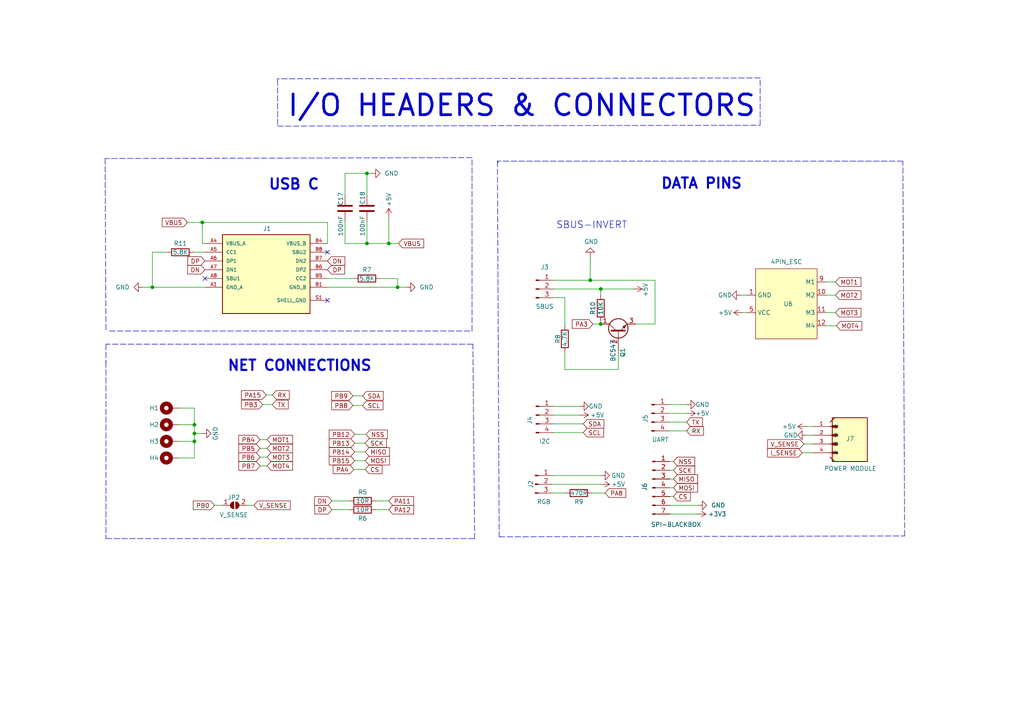
<source format=kicad_sch>
(kicad_sch (version 20211123) (generator eeschema)
  (paper "A4")
  (lib_symbols
    (symbol "Connector:Conn_01x03_Male" (pin_names (offset 1.016) hide)
      (property "Reference" "J" (at 0 5.08 0))
      (property "Value" "Conn_01x03_Male" (at 0 -5.08 0))
      (symbol "Conn_01x03_Male_1_1"
        (polyline (pts (xy 1.27 -2.54) (xy 0.8636 -2.54)) (stroke (width 0.1524)))
        (polyline (pts (xy 1.27 0) (xy 0.8636 0)) (stroke (width 0.1524)))
        (polyline (pts (xy 1.27 2.54) (xy 0.8636 2.54)) (stroke (width 0.1524)))
        (rectangle (start 0.8636 -2.413) (end 0 -2.667) (stroke (width 0.1524)) (fill (type outline)))
        (rectangle (start 0.8636 0.127) (end 0 -0.127) (stroke (width 0.1524)) (fill (type outline)))
        (rectangle (start 0.8636 2.667) (end 0 2.413) (stroke (width 0.1524)) (fill (type outline)))
        (pin passive line (at 5.08 2.54 180) (length 3.81) (name "Pin_1") (number "1"))
        (pin passive line (at 5.08 0 180) (length 3.81) (name "Pin_2") (number "2"))
        (pin passive line (at 5.08 -2.54 180) (length 3.81) (name "Pin_3") (number "3"))
      )
    )
    (symbol "Connector:Conn_01x04_Male" (pin_names (offset 1.016) hide)
      (property "Reference" "J" (at 0 5.08 0))
      (property "Value" "Conn_01x04_Male" (at 0 -7.62 0))
      (symbol "Conn_01x04_Male_1_1"
        (polyline (pts (xy 1.27 -5.08) (xy 0.8636 -5.08)) (stroke (width 0.1524)))
        (polyline (pts (xy 1.27 -2.54) (xy 0.8636 -2.54)) (stroke (width 0.1524)))
        (polyline (pts (xy 1.27 0) (xy 0.8636 0)) (stroke (width 0.1524)))
        (polyline (pts (xy 1.27 2.54) (xy 0.8636 2.54)) (stroke (width 0.1524)))
        (rectangle (start 0.8636 -4.953) (end 0 -5.207) (stroke (width 0.1524)) (fill (type outline)))
        (rectangle (start 0.8636 -2.413) (end 0 -2.667) (stroke (width 0.1524)) (fill (type outline)))
        (rectangle (start 0.8636 0.127) (end 0 -0.127) (stroke (width 0.1524)) (fill (type outline)))
        (rectangle (start 0.8636 2.667) (end 0 2.413) (stroke (width 0.1524)) (fill (type outline)))
        (pin passive line (at 5.08 2.54 180) (length 3.81) (name "Pin_1") (number "1"))
        (pin passive line (at 5.08 0 180) (length 3.81) (name "Pin_2") (number "2"))
        (pin passive line (at 5.08 -2.54 180) (length 3.81) (name "Pin_3") (number "3"))
        (pin passive line (at 5.08 -5.08 180) (length 3.81) (name "Pin_4") (number "4"))
      )
    )
    (symbol "Connector:Conn_01x07_Male" (pin_names (offset 1.016) hide)
      (property "Reference" "J" (at 0 10.16 0))
      (property "Value" "Conn_01x07_Male" (at 0 -10.16 0))
      (symbol "Conn_01x07_Male_1_1"
        (polyline (pts (xy 1.27 -7.62) (xy 0.8636 -7.62)) (stroke (width 0.1524)))
        (polyline (pts (xy 1.27 -5.08) (xy 0.8636 -5.08)) (stroke (width 0.1524)))
        (polyline (pts (xy 1.27 -2.54) (xy 0.8636 -2.54)) (stroke (width 0.1524)))
        (polyline (pts (xy 1.27 0) (xy 0.8636 0)) (stroke (width 0.1524)))
        (polyline (pts (xy 1.27 2.54) (xy 0.8636 2.54)) (stroke (width 0.1524)))
        (polyline (pts (xy 1.27 5.08) (xy 0.8636 5.08)) (stroke (width 0.1524)))
        (polyline (pts (xy 1.27 7.62) (xy 0.8636 7.62)) (stroke (width 0.1524)))
        (rectangle (start 0.8636 -7.493) (end 0 -7.747) (stroke (width 0.1524)) (fill (type outline)))
        (rectangle (start 0.8636 -4.953) (end 0 -5.207) (stroke (width 0.1524)) (fill (type outline)))
        (rectangle (start 0.8636 -2.413) (end 0 -2.667) (stroke (width 0.1524)) (fill (type outline)))
        (rectangle (start 0.8636 0.127) (end 0 -0.127) (stroke (width 0.1524)) (fill (type outline)))
        (rectangle (start 0.8636 2.667) (end 0 2.413) (stroke (width 0.1524)) (fill (type outline)))
        (rectangle (start 0.8636 5.207) (end 0 4.953) (stroke (width 0.1524)) (fill (type outline)))
        (rectangle (start 0.8636 7.747) (end 0 7.493) (stroke (width 0.1524)) (fill (type outline)))
        (pin passive line (at 5.08 7.62 180) (length 3.81) (name "Pin_1") (number "1"))
        (pin passive line (at 5.08 5.08 180) (length 3.81) (name "Pin_2") (number "2"))
        (pin passive line (at 5.08 2.54 180) (length 3.81) (name "Pin_3") (number "3"))
        (pin passive line (at 5.08 0 180) (length 3.81) (name "Pin_4") (number "4"))
        (pin passive line (at 5.08 -2.54 180) (length 3.81) (name "Pin_5") (number "5"))
        (pin passive line (at 5.08 -5.08 180) (length 3.81) (name "Pin_6") (number "6"))
        (pin passive line (at 5.08 -7.62 180) (length 3.81) (name "Pin_7") (number "7"))
      )
    )
    (symbol "Custom_symbols:4PIN_ESC"
      (property "Reference" "U" (at 0 0 0))
      (property "Value" "4PIN_ESC" (at 0 -12.7 0))
      (symbol "4PIN_ESC_0_1"
        (rectangle (start -8.89 10.16) (end 8.89 -10.16) (fill (type background)))
      )
      (symbol "4PIN_ESC_1_1"
        (pin bidirectional line (at -11.43 2.54 0) (length 2.54) (name "GND") (number "1"))
        (pin bidirectional line (at 11.43 2.54 180) (length 2.54) (name "M2") (number "10"))
        (pin bidirectional line (at 11.43 -2.54 180) (length 2.54) (name "M3") (number "11"))
        (pin bidirectional line (at 11.43 -6.35 180) (length 2.54) (name "M4") (number "12"))
        (pin bidirectional line (at -11.43 2.54 0) (length 2.54) hide (name "GND") (number "2"))
        (pin bidirectional line (at -11.43 2.54 0) (length 2.54) hide (name "GND") (number "3"))
        (pin bidirectional line (at -11.43 2.54 0) (length 2.54) hide (name "GND") (number "4"))
        (pin bidirectional line (at -11.43 -2.54 0) (length 2.54) (name "VCC") (number "5"))
        (pin bidirectional line (at -11.43 -2.54 0) (length 2.54) hide (name "VCC") (number "6"))
        (pin bidirectional line (at -11.43 -2.54 0) (length 2.54) hide (name "VCC") (number "7"))
        (pin bidirectional line (at -11.43 -2.54 0) (length 2.54) hide (name "VCC") (number "8"))
        (pin bidirectional line (at 11.43 6.35 180) (length 2.54) (name "M1") (number "9"))
      )
    )
    (symbol "Custom_symbols:B4B-PH-K" (pin_names (offset 1.016))
      (property "Reference" "J" (at -5.58 7.62 0))
      (property "Value" "B4B-PH-K" (at -5.08 -7.62 0))
      (symbol "B4B-PH-K_0_0"
        (rectangle (start -4.4847 -5.08) (end 5.6753 7.62) (stroke (width 0.254)) (fill (type background)))
        (rectangle (start -4.445 -2.8575) (end -2.8575 -2.2225) (stroke (width 0.1)) (fill (type outline)))
        (rectangle (start -4.445 -0.3175) (end -2.8575 0.3175) (stroke (width 0.1)) (fill (type outline)))
        (rectangle (start -4.445 2.2225) (end -2.8575 2.8575) (stroke (width 0.1)) (fill (type outline)))
        (rectangle (start -4.445 4.7625) (end -2.8575 5.3975) (stroke (width 0.1)) (fill (type outline)))
        (polyline (pts (xy -5.08 -3.81) (xy -3.81 -5.08)) (stroke (width 0.254)))
        (polyline (pts (xy -5.08 -2.54) (xy -3.175 -2.54)) (stroke (width 0.254)))
        (polyline (pts (xy -5.08 0) (xy -3.175 0)) (stroke (width 0.254)))
        (polyline (pts (xy -5.08 2.54) (xy -3.175 2.54)) (stroke (width 0.254)))
        (polyline (pts (xy -5.08 5.08) (xy -3.175 5.08)) (stroke (width 0.254)))
        (polyline (pts (xy -5.08 6.35) (xy -3.81 7.62)) (stroke (width 0.254)))
        (pin passive line (at -10.16 5.08 0) (length 5.08) (name "1") (number "1"))
        (pin passive line (at -10.16 2.54 0) (length 5.08) (name "2") (number "2"))
        (pin passive line (at -10.16 0 0) (length 5.08) (name "3") (number "3"))
        (pin passive line (at -10.16 -2.54 0) (length 5.08) (name "4") (number "4"))
      )
    )
    (symbol "Custom_symbols:CSP-USC16-TR" (pin_names (offset 1.016))
      (property "Reference" "J" (at -12.7 13.462 0))
      (symbol "CSP-USC16-TR_0_0"
        (rectangle (start -12.7 -10.16) (end 12.7 12.7) (stroke (width 0.254)) (fill (type background)))
        (pin power_in line (at -17.78 -2.54 0) (length 5.08) (name "GND_A") (number "A1"))
        (pin power_in line (at -17.78 -2.54 0) (length 5.08) hide (name "GND_A") (number "A12"))
        (pin power_in line (at -17.78 10.16 0) (length 5.08) (name "VBUS_A") (number "A4"))
        (pin bidirectional line (at -17.78 7.62 0) (length 5.08) (name "CC1") (number "A5"))
        (pin bidirectional line (at -17.78 5.08 0) (length 5.08) (name "DP1") (number "A6"))
        (pin bidirectional line (at -17.78 2.54 0) (length 5.08) (name "DN1") (number "A7"))
        (pin bidirectional line (at -17.78 0 0) (length 5.08) (name "SBU1") (number "A8"))
        (pin power_in line (at -17.78 10.16 0) (length 5.08) hide (name "VBUS_A") (number "A9"))
        (pin power_in line (at 17.78 -2.54 180) (length 5.08) (name "GND_B") (number "B1"))
        (pin power_in line (at 17.78 -2.54 180) (length 5.08) hide (name "GND_B") (number "B12"))
        (pin power_in line (at 17.78 10.16 180) (length 5.08) (name "VBUS_B") (number "B4"))
        (pin bidirectional line (at 17.78 0 180) (length 5.08) (name "CC2") (number "B5"))
        (pin bidirectional line (at 17.78 2.54 180) (length 5.08) (name "DP2") (number "B6"))
        (pin bidirectional line (at 17.78 5.08 180) (length 5.08) (name "DN2") (number "B7"))
        (pin bidirectional line (at 17.78 7.62 180) (length 5.08) (name "SBU2") (number "B8"))
        (pin power_in line (at 17.78 10.16 180) (length 5.08) hide (name "VBUS_B") (number "B9"))
        (pin power_in line (at 17.78 -6.35 180) (length 5.08) (name "SHELL_GND") (number "S1"))
        (pin power_in line (at 17.78 -6.35 180) (length 5.08) hide (name "SHELL_GND") (number "S2"))
        (pin power_in line (at 17.78 -6.35 180) (length 5.08) hide (name "SHELL_GND") (number "S3"))
        (pin power_in line (at 17.78 -6.35 180) (length 5.08) hide (name "SHELL_GND") (number "S4"))
      )
    )
    (symbol "Device:C" (pin_numbers hide) (pin_names (offset 0.254))
      (property "Reference" "C" (at 0.635 2.54 0))
      (property "Value" "C" (at 0.635 -2.54 0))
      (symbol "C_0_1"
        (polyline (pts (xy -2.032 -0.762) (xy 2.032 -0.762)) (stroke (width 0.508)))
        (polyline (pts (xy -2.032 0.762) (xy 2.032 0.762)) (stroke (width 0.508)))
      )
      (symbol "C_1_1"
        (pin passive line (at 0 3.81 270) (length 2.794) (name "~") (number "1"))
        (pin passive line (at 0 -3.81 90) (length 2.794) (name "~") (number "2"))
      )
    )
    (symbol "Device:R" (pin_numbers hide) (pin_names (offset 0))
      (property "Reference" "R" (at 2.032 0 90))
      (property "Value" "R" (at 0 0 90))
      (symbol "R_0_1"
        (rectangle (start -1.016 -2.54) (end 1.016 2.54) (stroke (width 0.254)))
      )
      (symbol "R_1_1"
        (pin passive line (at 0 3.81 270) (length 1.27) (name "~") (number "1"))
        (pin passive line (at 0 -3.81 90) (length 1.27) (name "~") (number "2"))
      )
    )
    (symbol "Jumper:SolderJumper_2_Open" (pin_names (offset 0) hide)
      (property "Reference" "JP" (at 0 2.032 0))
      (property "Value" "SolderJumper_2_Open" (at 0 -2.54 0))
      (symbol "SolderJumper_2_Open_0_1"
        (arc (start -0.254 1.016) (mid -1.27 0) (end -0.254 -1.016))
        (arc (start -0.254 1.016) (mid -1.27 0) (end -0.254 -1.016) (fill (type outline)))
        (polyline (pts (xy -0.254 1.016) (xy -0.254 -1.016)))
        (polyline (pts (xy 0.254 1.016) (xy 0.254 -1.016)))
        (arc (start 0.254 -1.016) (mid 1.27 0) (end 0.254 1.016))
        (arc (start 0.254 -1.016) (mid 1.27 0) (end 0.254 1.016) (fill (type outline)))
      )
      (symbol "SolderJumper_2_Open_1_1"
        (pin passive line (at -3.81 0 0) (length 2.54) (name "A") (number "1"))
        (pin passive line (at 3.81 0 180) (length 2.54) (name "B") (number "2"))
      )
    )
    (symbol "Mechanical:MountingHole_Pad" (pin_numbers hide) (pin_names (offset 1.016) hide)
      (property "Reference" "H" (at 0 6.35 0))
      (property "Value" "MountingHole_Pad" (at 0 4.445 0))
      (symbol "MountingHole_Pad_0_1"
        (circle (center 0 1.27) (radius 1.27) (stroke (width 1.27)))
      )
      (symbol "MountingHole_Pad_1_1"
        (pin input line (at 0 -2.54 90) (length 2.54) (name "1") (number "1"))
      )
    )
    (symbol "Transistor_BJT:BC547" (pin_names (offset 0) hide)
      (property "Reference" "Q" (at 5.08 1.905 0))
      (property "Value" "BC547" (at 5.08 0 0))
      (symbol "BC547_0_1"
        (polyline (pts (xy 0 0) (xy 0.635 0)))
        (polyline (pts (xy 0.635 0.635) (xy 2.54 2.54)))
        (polyline (pts (xy 0.635 -0.635) (xy 2.54 -2.54) (xy 2.54 -2.54)))
        (polyline (pts (xy 0.635 1.905) (xy 0.635 -1.905) (xy 0.635 -1.905)) (stroke (width 0.508)))
        (polyline (pts (xy 1.27 -1.778) (xy 1.778 -1.27) (xy 2.286 -2.286) (xy 1.27 -1.778) (xy 1.27 -1.778)) (fill (type outline)))
        (circle (center 1.27 0) (radius 2.8194) (stroke (width 0.254)))
      )
      (symbol "BC547_1_1"
        (pin passive line (at 2.54 5.08 270) (length 2.54) (name "C") (number "1"))
        (pin input line (at -5.08 0 0) (length 5.08) (name "B") (number "2"))
        (pin passive line (at 2.54 -5.08 90) (length 2.54) (name "E") (number "3"))
      )
    )
    (symbol "power:+3.3V" (power) (pin_names (offset 0))
      (property "Value" "+3.3V" (at 0 3.556 0))
      (symbol "+3.3V_0_1"
        (polyline (pts (xy -0.762 1.27) (xy 0 2.54)))
        (polyline (pts (xy 0 0) (xy 0 2.54)))
        (polyline (pts (xy 0 2.54) (xy 0.762 1.27)))
      )
      (symbol "+3.3V_1_1"
        (pin power_in line (at 0 0 90) (length 0) hide (name "+3V3") (number "1"))
      )
    )
    (symbol "power:+5V" (power) (pin_names (offset 0))
      (property "Value" "+5V" (at 0 3.556 0))
      (symbol "+5V_0_1"
        (polyline (pts (xy -0.762 1.27) (xy 0 2.54)))
        (polyline (pts (xy 0 0) (xy 0 2.54)))
        (polyline (pts (xy 0 2.54) (xy 0.762 1.27)))
      )
      (symbol "+5V_1_1"
        (pin power_in line (at 0 0 90) (length 0) hide (name "+5V") (number "1"))
      )
    )
    (symbol "power:GND" (power) (pin_names (offset 0))
      (property "Value" "GND" (at 0 -3.81 0))
      (symbol "GND_0_1"
        (polyline (pts (xy 0 0) (xy 0 -1.27) (xy 1.27 -1.27) (xy 0 -2.54) (xy -1.27 -1.27) (xy 0 -1.27)))
      )
      (symbol "GND_1_1"
        (pin power_in line (at 0 0 270) (length 0) hide (name "GND") (number "1"))
      )
    )
  )
  (junction (at 44.196 83.312))
  (junction (at 171.196 81.28))
  (junction (at 174.244 93.98))
  (junction (at 58.674 64.516))
  (junction (at 56.388 125.73))
  (junction (at 106.426 50.292))
  (junction (at 56.388 128.016))
  (junction (at 112.776 70.612))
  (junction (at 115.316 83.312))
  (junction (at 106.426 70.612))
  (junction (at 56.388 123.19))
  (junction (at 174.244 83.82))
  (no_connect (at 59.436 80.772))
  (no_connect (at 94.996 87.122))
  (no_connect (at 94.996 73.152))
  (wire (pts (xy 174.244 137.922) (xy 160.274 137.922)))
  (wire (pts (xy 242.316 81.788) (xy 239.522 81.788)))
  (wire (pts (xy 44.196 83.312) (xy 59.436 83.312)))
  (wire (pts (xy 174.244 83.82) (xy 174.244 85.598)))
  (polyline (pts (xy 80.518 23.114) (xy 80.518 36.576)))
  (polyline (pts (xy 137.16 99.822) (xy 30.734 99.822)))
  (wire (pts (xy 94.996 64.516) (xy 58.674 64.516)))
  (wire (pts (xy 160.528 86.36) (xy 163.83 86.36)))
  (wire (pts (xy 56.388 123.19) (xy 56.388 118.364)))
  (wire (pts (xy 174.244 83.82) (xy 183.642 83.82)))
  (wire (pts (xy 195.326 136.398) (xy 194.31 136.398)))
  (wire (pts (xy 75.438 130.048) (xy 77.47 130.048)))
  (wire (pts (xy 175.514 143.002) (xy 171.704 143.002)))
  (wire (pts (xy 56.388 132.842) (xy 56.388 128.016)))
  (wire (pts (xy 232.664 131.318) (xy 235.712 131.318)))
  (wire (pts (xy 164.084 143.002) (xy 160.274 143.002)))
  (polyline (pts (xy 220.472 22.606) (xy 80.518 22.86)))
  (wire (pts (xy 102.87 133.604) (xy 105.918 133.604)))
  (polyline (pts (xy 137.668 156.21) (xy 137.16 99.822)))
  (polyline (pts (xy 144.272 46.736) (xy 144.526 47.244)))
  (wire (pts (xy 194.056 119.888) (xy 199.136 119.888)))
  (wire (pts (xy 102.87 128.524) (xy 105.918 128.524)))
  (wire (pts (xy 194.056 117.348) (xy 199.136 117.348)))
  (polyline (pts (xy 30.734 156.21) (xy 137.668 156.21)))
  (wire (pts (xy 171.196 81.28) (xy 189.992 81.28)))
  (wire (pts (xy 163.83 102.108) (xy 163.83 107.188)))
  (wire (pts (xy 202.184 149.098) (xy 194.31 149.098)))
  (wire (pts (xy 163.83 107.188) (xy 179.324 107.188)))
  (wire (pts (xy 96.266 147.828) (xy 101.346 147.828)))
  (wire (pts (xy 56.388 123.19) (xy 56.388 125.73)))
  (wire (pts (xy 62.23 146.558) (xy 64.262 146.558)))
  (wire (pts (xy 112.776 70.612) (xy 115.57 70.612)))
  (wire (pts (xy 44.196 73.152) (xy 44.196 83.312)))
  (wire (pts (xy 115.316 80.772) (xy 115.316 83.312)))
  (wire (pts (xy 163.83 86.36) (xy 163.83 94.488)))
  (wire (pts (xy 102.616 136.144) (xy 105.918 136.144)))
  (wire (pts (xy 194.31 146.558) (xy 202.438 146.558)))
  (wire (pts (xy 75.438 135.128) (xy 77.47 135.128)))
  (polyline (pts (xy 80.518 22.86) (xy 80.518 23.114)))
  (polyline (pts (xy 136.906 45.72) (xy 30.48 45.974)))
  (wire (pts (xy 56.388 125.73) (xy 58.674 125.73)))
  (wire (pts (xy 233.934 123.698) (xy 235.712 123.698)))
  (wire (pts (xy 112.776 70.612) (xy 106.426 70.612)))
  (wire (pts (xy 199.136 122.428) (xy 194.056 122.428)))
  (wire (pts (xy 242.57 94.488) (xy 239.522 94.488)))
  (wire (pts (xy 195.326 141.478) (xy 194.31 141.478)))
  (wire (pts (xy 189.992 93.98) (xy 184.404 93.98)))
  (wire (pts (xy 214.884 85.598) (xy 216.662 85.598)))
  (polyline (pts (xy 136.906 96.012) (xy 136.906 45.72)))
  (wire (pts (xy 106.426 64.262) (xy 106.426 70.612)))
  (wire (pts (xy 242.316 90.678) (xy 239.522 90.678)))
  (polyline (pts (xy 31.75 96.012) (xy 136.906 96.012)))
  (wire (pts (xy 171.196 74.422) (xy 171.196 81.28)))
  (wire (pts (xy 102.362 117.602) (xy 105.156 117.602)))
  (wire (pts (xy 106.426 70.612) (xy 100.076 70.612)))
  (wire (pts (xy 171.958 93.98) (xy 174.244 93.98)))
  (wire (pts (xy 160.528 122.936) (xy 169.164 122.936)))
  (wire (pts (xy 199.136 124.968) (xy 194.056 124.968)))
  (wire (pts (xy 48.514 73.152) (xy 44.196 73.152)))
  (wire (pts (xy 160.528 81.28) (xy 171.196 81.28)))
  (wire (pts (xy 94.996 80.772) (xy 102.616 80.772)))
  (wire (pts (xy 100.076 64.262) (xy 100.076 70.612)))
  (wire (pts (xy 75.438 127.508) (xy 77.47 127.508)))
  (polyline (pts (xy 30.48 45.974) (xy 30.734 96.012)))
  (wire (pts (xy 56.388 125.73) (xy 56.388 128.016)))
  (wire (pts (xy 94.996 83.312) (xy 115.316 83.312)))
  (wire (pts (xy 52.07 123.19) (xy 56.388 123.19)))
  (polyline (pts (xy 30.734 99.822) (xy 30.734 105.156)))
  (wire (pts (xy 76.2 117.348) (xy 78.994 117.348)))
  (polyline (pts (xy 144.272 46.736) (xy 144.78 155.702)))
  (wire (pts (xy 168.148 120.396) (xy 160.528 120.396)))
  (wire (pts (xy 71.882 146.558) (xy 73.66 146.558)))
  (wire (pts (xy 195.326 144.018) (xy 194.31 144.018)))
  (wire (pts (xy 58.674 70.612) (xy 59.436 70.612)))
  (polyline (pts (xy 30.734 104.902) (xy 30.734 156.21)))
  (wire (pts (xy 195.326 133.858) (xy 194.31 133.858)))
  (wire (pts (xy 233.934 126.238) (xy 235.712 126.238)))
  (wire (pts (xy 56.388 128.016) (xy 52.07 128.016)))
  (wire (pts (xy 195.326 138.938) (xy 194.31 138.938)))
  (wire (pts (xy 168.148 117.856) (xy 160.528 117.856)))
  (wire (pts (xy 179.324 107.188) (xy 179.324 101.6)))
  (wire (pts (xy 56.134 73.152) (xy 59.436 73.152)))
  (wire (pts (xy 242.316 85.598) (xy 239.522 85.598)))
  (wire (pts (xy 41.402 83.312) (xy 44.196 83.312)))
  (wire (pts (xy 112.776 62.992) (xy 112.776 70.612)))
  (wire (pts (xy 54.102 64.516) (xy 58.674 64.516)))
  (wire (pts (xy 96.266 145.288) (xy 101.346 145.288)))
  (polyline (pts (xy 220.472 36.322) (xy 220.472 22.606)))
  (wire (pts (xy 160.528 125.476) (xy 169.164 125.476)))
  (wire (pts (xy 56.388 132.842) (xy 52.07 132.842)))
  (wire (pts (xy 100.076 56.642) (xy 100.076 50.292)))
  (polyline (pts (xy 144.78 155.702) (xy 262.382 155.448)))
  (polyline (pts (xy 262.382 155.448) (xy 261.874 46.736)))
  (wire (pts (xy 189.992 81.28) (xy 189.992 93.98)))
  (wire (pts (xy 102.362 114.808) (xy 105.156 114.808)))
  (wire (pts (xy 174.244 93.218) (xy 174.244 93.98)))
  (wire (pts (xy 58.674 64.516) (xy 58.674 70.612)))
  (wire (pts (xy 102.87 125.984) (xy 106.172 125.984)))
  (wire (pts (xy 108.966 147.828) (xy 112.776 147.828)))
  (wire (pts (xy 107.696 50.292) (xy 106.426 50.292)))
  (wire (pts (xy 77.216 114.554) (xy 78.994 114.554)))
  (wire (pts (xy 233.172 128.778) (xy 235.712 128.778)))
  (wire (pts (xy 112.776 145.288) (xy 108.966 145.288)))
  (wire (pts (xy 102.87 131.064) (xy 105.918 131.064)))
  (wire (pts (xy 75.438 132.588) (xy 77.47 132.588)))
  (wire (pts (xy 160.274 140.462) (xy 174.244 140.462)))
  (wire (pts (xy 160.528 83.82) (xy 174.244 83.82)))
  (wire (pts (xy 110.236 80.772) (xy 115.316 80.772)))
  (wire (pts (xy 94.996 70.612) (xy 94.996 64.516)))
  (wire (pts (xy 52.07 118.364) (xy 56.388 118.364)))
  (polyline (pts (xy 80.518 36.576) (xy 220.472 36.322)))
  (wire (pts (xy 106.426 50.292) (xy 106.426 56.642)))
  (wire (pts (xy 117.856 83.312) (xy 115.316 83.312)))
  (wire (pts (xy 100.076 50.292) (xy 106.426 50.292)))
  (wire (pts (xy 215.392 90.678) (xy 216.662 90.678)))
  (polyline (pts (xy 261.874 46.736) (xy 144.272 46.736)))
  (text "SBUS-INVERT" (at 161.29 66.548 0) (effects (font (size 2 2)) (justify left bottom)))
  (text "NET CONNECTIONS\n" (at 65.786 107.95 0) (effects (font (size 3 3) (thickness 0.6) bold) (justify left bottom)))
  (text "DATA PINS\n" (at 191.516 55.118 0) (effects (font (size 3 3) (thickness 0.6) bold) (justify left bottom)))
  (text "USB C" (at 77.724 55.372 0) (effects (font (size 3 3) (thickness 0.6) bold) (justify left bottom)))
  (text "I/O HEADERS & CONNECTORS" (at 83.058 34.29 0) (effects (font (size 6 6) (thickness 0.8) bold) (justify left bottom)))
  (global_label "MOSI" (shape input) (at 195.326 141.478 0) (property "Intersheet References" "${INTERSHEET_REFS}" (effects hide)))
  (global_label "VBUS" (shape input) (at 115.57 70.612 0) (property "Intersheet References" "${INTERSHEET_REFS}" (effects hide)))
  (global_label "MOSI" (shape input) (at 105.918 133.604 0) (property "Intersheet References" "${INTERSHEET_REFS}" (effects hide)))
  (global_label "MOT3" (shape input) (at 242.316 90.678 0) (property "Intersheet References" "${INTERSHEET_REFS}" (effects hide)))
  (global_label "MISO" (shape input) (at 105.918 131.064 0) (property "Intersheet References" "${INTERSHEET_REFS}" (effects hide)))
  (global_label "PB5" (shape input) (at 75.438 130.048 180) (property "Intersheet References" "${INTERSHEET_REFS}" (effects hide)))
  (global_label "DN" (shape input) (at 96.266 145.288 180) (property "Intersheet References" "${INTERSHEET_REFS}" (effects hide)))
  (global_label "PA8" (shape input) (at 175.514 143.002 0) (property "Intersheet References" "${INTERSHEET_REFS}" (effects hide)))
  (global_label "PA15" (shape input) (at 77.216 114.554 180) (property "Intersheet References" "${INTERSHEET_REFS}" (effects hide)))
  (global_label "DN" (shape input) (at 59.436 78.232 180) (property "Intersheet References" "${INTERSHEET_REFS}" (effects hide)))
  (global_label "SDA" (shape input) (at 105.156 114.808 0) (property "Intersheet References" "${INTERSHEET_REFS}" (effects hide)))
  (global_label "SCL" (shape input) (at 105.156 117.602 0) (property "Intersheet References" "${INTERSHEET_REFS}" (effects hide)))
  (global_label "SCL" (shape input) (at 169.164 125.476 0) (property "Intersheet References" "${INTERSHEET_REFS}" (effects hide)))
  (global_label "PB14" (shape input) (at 102.87 131.064 180) (property "Intersheet References" "${INTERSHEET_REFS}" (effects hide)))
  (global_label "PB12" (shape input) (at 102.87 125.984 180) (property "Intersheet References" "${INTERSHEET_REFS}" (effects hide)))
  (global_label "NSS" (shape input) (at 106.172 125.984 0) (property "Intersheet References" "${INTERSHEET_REFS}" (effects hide)))
  (global_label "MOT1" (shape input) (at 77.47 127.508 0) (property "Intersheet References" "${INTERSHEET_REFS}" (effects hide)))
  (global_label "I_SENSE" (shape input) (at 232.664 131.318 180) (property "Intersheet References" "${INTERSHEET_REFS}" (effects hide)))
  (global_label "SCK" (shape input) (at 105.918 128.524 0) (property "Intersheet References" "${INTERSHEET_REFS}" (effects hide)))
  (global_label "MOT3" (shape input) (at 77.47 132.588 0) (property "Intersheet References" "${INTERSHEET_REFS}" (effects hide)))
  (global_label "MOT2" (shape input) (at 242.316 85.598 0) (property "Intersheet References" "${INTERSHEET_REFS}" (effects hide)))
  (global_label "PA3" (shape input) (at 171.958 93.98 180) (property "Intersheet References" "${INTERSHEET_REFS}" (effects hide)))
  (global_label "TX" (shape input) (at 78.994 117.348 0) (property "Intersheet References" "${INTERSHEET_REFS}" (effects hide)))
  (global_label "DP" (shape input) (at 59.436 75.692 180) (property "Intersheet References" "${INTERSHEET_REFS}" (effects hide)))
  (global_label "PB7" (shape input) (at 75.438 135.128 180) (property "Intersheet References" "${INTERSHEET_REFS}" (effects hide)))
  (global_label "PB3" (shape input) (at 76.2 117.348 180) (property "Intersheet References" "${INTERSHEET_REFS}" (effects hide)))
  (global_label "PB8" (shape input) (at 102.362 117.602 180) (property "Intersheet References" "${INTERSHEET_REFS}" (effects hide)))
  (global_label "MOT1" (shape input) (at 242.316 81.788 0) (property "Intersheet References" "${INTERSHEET_REFS}" (effects hide)))
  (global_label "VBUS" (shape input) (at 54.356 64.516 180) (property "Intersheet References" "${INTERSHEET_REFS}" (effects hide)))
  (global_label "SDA" (shape input) (at 169.164 122.936 0) (property "Intersheet References" "${INTERSHEET_REFS}" (effects hide)))
  (global_label "SCK" (shape input) (at 195.326 136.398 0) (property "Intersheet References" "${INTERSHEET_REFS}" (effects hide)))
  (global_label "PB6" (shape input) (at 75.438 132.588 180) (property "Intersheet References" "${INTERSHEET_REFS}" (effects hide)))
  (global_label "TX" (shape input) (at 199.136 122.428 0) (property "Intersheet References" "${INTERSHEET_REFS}" (effects hide)))
  (global_label "V_SENSE" (shape input) (at 233.172 128.778 180) (property "Intersheet References" "${INTERSHEET_REFS}" (effects hide)))
  (global_label "PB9" (shape input) (at 102.362 114.808 180) (property "Intersheet References" "${INTERSHEET_REFS}" (effects hide)))
  (global_label "NSS" (shape input) (at 195.326 133.858 0) (property "Intersheet References" "${INTERSHEET_REFS}" (effects hide)))
  (global_label "MOT2" (shape input) (at 77.47 130.048 0) (property "Intersheet References" "${INTERSHEET_REFS}" (effects hide)))
  (global_label "PB15" (shape input) (at 102.87 133.604 180) (property "Intersheet References" "${INTERSHEET_REFS}" (effects hide)))
  (global_label "CS" (shape input) (at 105.918 136.144 0) (property "Intersheet References" "${INTERSHEET_REFS}" (effects hide)))
  (global_label "RX" (shape input) (at 78.994 114.554 0) (property "Intersheet References" "${INTERSHEET_REFS}" (effects hide)))
  (global_label "CS" (shape input) (at 195.326 144.018 0) (property "Intersheet References" "${INTERSHEET_REFS}" (effects hide)))
  (global_label "PB0" (shape input) (at 62.23 146.558 180) (property "Intersheet References" "${INTERSHEET_REFS}" (effects hide)))
  (global_label "PA11" (shape input) (at 112.776 145.288 0) (property "Intersheet References" "${INTERSHEET_REFS}" (effects hide)))
  (global_label "DN" (shape input) (at 94.996 75.692 0) (property "Intersheet References" "${INTERSHEET_REFS}" (effects hide)))
  (global_label "PB4" (shape input) (at 75.438 127.508 180) (property "Intersheet References" "${INTERSHEET_REFS}" (effects hide)))
  (global_label "MISO" (shape input) (at 195.326 138.938 0) (property "Intersheet References" "${INTERSHEET_REFS}" (effects hide)))
  (global_label "DP" (shape input) (at 94.996 78.232 0) (property "Intersheet References" "${INTERSHEET_REFS}" (effects hide)))
  (global_label "MOT4" (shape input) (at 77.47 135.128 0) (property "Intersheet References" "${INTERSHEET_REFS}" (effects hide)))
  (global_label "DP" (shape input) (at 96.266 147.828 180) (property "Intersheet References" "${INTERSHEET_REFS}" (effects hide)))
  (global_label "MOT4" (shape input) (at 242.57 94.488 0) (property "Intersheet References" "${INTERSHEET_REFS}" (effects hide)))
  (global_label "PB13" (shape input) (at 102.87 128.524 180) (property "Intersheet References" "${INTERSHEET_REFS}" (effects hide)))
  (global_label "PA12" (shape input) (at 112.776 147.828 0) (property "Intersheet References" "${INTERSHEET_REFS}" (effects hide)))
  (global_label "PA4" (shape input) (at 102.616 136.144 180) (property "Intersheet References" "${INTERSHEET_REFS}" (effects hide)))
  (global_label "RX" (shape input) (at 199.136 124.968 0) (property "Intersheet References" "${INTERSHEET_REFS}" (effects hide)))
  (global_label "V_SENSE" (shape input) (at 73.66 146.558 0) (property "Intersheet References" "${INTERSHEET_REFS}" (effects hide)))
  (symbol (lib_id "power:GND") (at 168.148 117.856 90) (unit 1)
    (property "Reference" "#PWR039" (effects hide))
    (property "Value" "GND" (at 170.688 117.856 90) (effects (justify right)))
  )
  (symbol (lib_id "power:+5V") (at 199.136 119.888 270) (unit 1)
    (property "Reference" "#PWR046" (effects hide))
    (property "Value" "+5V" (at 203.708 119.888 90))
  )
  (symbol (lib_id "Connector:Conn_01x03_Male") (at 155.448 83.82 0) (unit 1)
    (property "Reference" "J3" (at 157.988 77.47 0))
    (property "Value" "SBUS" (at 157.988 88.9 0))
    (property "Footprint" "Connector_PinHeader_2.54mm:PinHeader_1x03_P2.54mm_Vertical" (effects hide))
  )
  (symbol (lib_id "power:GND") (at 202.438 146.558 90) (unit 1)
    (property "Reference" "#PWR048" (effects hide))
    (property "Value" "GND" (at 206.248 146.558 90) (effects (justify right)))
  )
  (symbol (lib_id "Device:R") (at 105.156 145.288 90) (unit 1)
    (property "Reference" "R5" (at 105.156 142.748 90))
    (property "Value" "10R" (at 105.156 145.288 90))
    (property "Footprint" "Resistor_SMD:R_0603_1608Metric" (effects hide))
  )
  (symbol (lib_id "Transistor_BJT:BC547") (at 179.324 96.52 90) (unit 1)
    (property "Reference" "Q1" (at 180.594 103.632 0) (effects (justify left)))
    (property "Value" "BC547" (at 177.8 104.902 0) (effects (justify left)))
    (property "Footprint" "Package_TO_SOT_THT:TO-92_Inline" (effects hide))
    (property "Datasheet" "https://www.onsemi.com/pub/Collateral/BC550-D.pdf" (effects hide))
  )
  (symbol (lib_id "power:GND") (at 174.244 137.922 90) (unit 1)
    (property "Reference" "#PWR042" (effects hide))
    (property "Value" "GND" (at 177.292 137.922 90) (effects (justify right)))
  )
  (symbol (lib_id "Device:C") (at 106.426 60.452 0) (unit 1)
    (property "Reference" "C18" (at 105.156 57.404 90))
    (property "Value" "100nF" (at 105.156 65.532 90))
    (property "Footprint" "Capacitor_SMD:C_0603_1608Metric" (effects hide))
  )
  (symbol (lib_id "power:GND") (at 107.696 50.292 90) (unit 1)
    (property "Reference" "#PWR036" (effects hide))
    (property "Value" "GND" (at 111.506 50.292 90) (effects (justify right)))
  )
  (symbol (lib_id "Device:R") (at 163.83 98.298 180) (unit 1)
    (property "Reference" "R8" (at 161.798 98.298 90))
    (property "Value" "4.7K" (at 163.83 98.298 90))
    (property "Footprint" "Resistor_SMD:R_0603_1608Metric" (effects hide))
  )
  (symbol (lib_id "power:+5V") (at 168.148 120.396 270) (unit 1)
    (property "Reference" "#PWR040" (effects hide))
    (property "Value" "+5V" (at 173.228 120.396 90))
  )
  (symbol (lib_id "Mechanical:MountingHole_Pad") (at 49.53 132.842 90) (unit 1)
    (property "Reference" "H4" (at 44.704 132.842 90))
    (property "Value" "MountingHole_Pad" (effects hide))
    (property "Footprint" "MountingHole:MountingHole_2.2mm_M2_DIN965_Pad_TopBottom" (effects hide))
  )
  (symbol (lib_id "Connector:Conn_01x03_Male") (at 155.194 140.462 0) (unit 1)
    (property "Reference" "J2" (at 153.924 140.462 90))
    (property "Value" "RGB" (at 157.734 145.542 0))
    (property "Footprint" "Connector_PinHeader_2.54mm:PinHeader_1x03_P2.54mm_Vertical" (effects hide))
  )
  (symbol (lib_id "Jumper:SolderJumper_2_Open") (at 68.072 146.558 0) (unit 1)
    (property "Reference" "JP2" (at 67.818 144.272 0))
    (property "Value" "V_SENSE" (at 67.818 149.352 0))
    (property "Footprint" "Jumper:SolderJumper-2_P1.3mm_Open_RoundedPad1.0x1.5mm" (effects hide))
  )
  (symbol (lib_id "power:GND") (at 199.136 117.348 90) (unit 1)
    (property "Reference" "#PWR045" (effects hide))
    (property "Value" "GND" (at 201.676 117.348 90) (effects (justify right)))
  )
  (symbol (lib_id "Mechanical:MountingHole_Pad") (at 49.53 123.19 90) (unit 1)
    (property "Reference" "H2" (at 44.704 123.19 90))
    (property "Value" "MountingHole_Pad" (effects hide))
    (property "Footprint" "MountingHole:MountingHole_2.2mm_M2_DIN965_Pad_TopBottom" (effects hide))
  )
  (symbol (lib_id "Device:R") (at 106.426 80.772 90) (unit 1)
    (property "Reference" "R7" (at 106.426 78.232 90))
    (property "Value" "5.8K" (at 106.426 80.772 90))
    (property "Footprint" "Resistor_SMD:R_0603_1608Metric" (effects hide))
  )
  (symbol (lib_id "Connector:Conn_01x04_Male") (at 188.976 119.888 0) (unit 1)
    (property "Reference" "J5" (at 187.198 121.412 90))
    (property "Value" "UART" (at 191.516 127.508 0))
    (property "Footprint" "Connector_PinSocket_2.54mm:PinSocket_1x04_P2.54mm_Vertical" (effects hide))
  )
  (symbol (lib_id "power:+5V") (at 215.392 90.678 90) (unit 1)
    (property "Reference" "#PWR050" (effects hide))
    (property "Value" "+5V" (at 210.312 90.678 90))
  )
  (symbol (lib_id "power:+5V") (at 174.244 140.462 270) (unit 1)
    (property "Reference" "#PWR043" (effects hide))
    (property "Value" "+5V" (at 179.324 140.462 90))
  )
  (symbol (lib_id "power:+5V") (at 112.776 62.992 0) (unit 1)
    (property "Reference" "#PWR037" (effects hide))
    (property "Value" "+5V" (at 112.776 57.912 90))
  )
  (symbol (lib_id "Device:R") (at 167.894 143.002 90) (unit 1)
    (property "Reference" "R9" (at 167.894 145.542 90))
    (property "Value" "470R" (at 167.894 143.002 90))
    (property "Footprint" "Resistor_SMD:R_0603_1608Metric" (effects hide))
  )
  (symbol (lib_id "power:GND") (at 58.674 125.73 90) (unit 1)
    (property "Reference" "#PWR035" (effects hide))
    (property "Value" "GND" (at 62.484 123.698 0) (effects (justify right)))
  )
  (symbol (lib_id "Connector:Conn_01x04_Male") (at 155.448 120.396 0) (unit 1)
    (property "Reference" "J4" (at 153.67 121.92 90))
    (property "Value" "I2C" (at 157.988 128.016 0))
    (property "Footprint" "Connector_PinSocket_2.54mm:PinSocket_1x04_P2.54mm_Vertical" (effects hide))
  )
  (symbol (lib_id "Device:C") (at 100.076 60.452 0) (unit 1)
    (property "Reference" "C17" (at 98.806 57.658 90))
    (property "Value" "100nF" (at 98.806 65.532 90))
    (property "Footprint" "Capacitor_SMD:C_0603_1608Metric" (effects hide))
  )
  (symbol (lib_id "Device:R") (at 105.156 147.828 90) (unit 1)
    (property "Reference" "R6" (at 105.156 150.368 90))
    (property "Value" "10R" (at 105.156 147.828 90))
    (property "Footprint" "Resistor_SMD:R_0603_1608Metric" (effects hide))
  )
  (symbol (lib_id "Device:R") (at 174.244 89.408 0) (unit 1)
    (property "Reference" "R10" (at 171.958 89.408 90))
    (property "Value" "10K" (at 174.244 89.408 90))
    (property "Footprint" "Resistor_SMD:R_0603_1608Metric" (effects hide))
  )
  (symbol (lib_id "power:+5V") (at 233.934 123.698 90) (unit 1)
    (property "Reference" "#PWR051" (effects hide))
    (property "Value" "+5V" (at 228.854 123.698 90))
  )
  (symbol (lib_id "Connector:Conn_01x07_Male") (at 189.23 141.478 0) (unit 1)
    (property "Reference" "J6" (at 186.944 141.224 90))
    (property "Value" "SPI-BLACKBOX" (at 196.088 152.146 0))
    (property "Footprint" "Custom_Footprints:7_TP" (effects hide))
  )
  (symbol (lib_id "Custom_symbols:B4B-PH-K") (at 245.872 128.778 0) (unit 1)
    (property "Reference" "J7" (at 245.364 127.254 0) (effects (justify left)))
    (property "Value" "POWER MODULE" (at 239.014 135.89 0) (effects (justify left)))
    (property "Footprint" "Custom_Footprints:JST_B4B-PH-K" (effects hide))
    (property "MF" "JST" (effects hide))
    (property "Description" "\n                        \n                             2.0 mm pitch/Disconnectable Crimp style connectors\n                        \n" (effects hide))
    (property "Package" "None" (effects hide))
    (property "Price" "None" (effects hide))
    (property "Check_prices" "https://www.snapeda.com/parts/B4B-PH-K/JST/view-part/?ref=eda" (effects hide))
    (property "SnapEDA_Link" "https://www.snapeda.com/parts/B4B-PH-K/JST/view-part/?ref=snap" (effects hide))
    (property "MP" "B4B-PH-K" (effects hide))
    (property "Availability" "In Stock" (effects hide))
    (property "MANUFACTURER" "JST" (effects hide))
  )
  (symbol (lib_id "power:+3.3V") (at 202.184 149.098 270) (unit 1)
    (property "Reference" "#PWR047" (effects hide))
    (property "Value" "+3.3V" (at 208.026 149.098 90))
  )
  (symbol (lib_id "power:GND") (at 117.856 83.312 90) (unit 1)
    (property "Reference" "#PWR038" (effects hide))
    (property "Value" "GND" (at 121.666 83.312 90) (effects (justify right)))
  )
  (symbol (lib_id "Custom_symbols:4PIN_ESC") (at 228.092 88.138 0) (unit 1)
    (property "Reference" "U6" (at 228.6 88.138 0))
    (property "Value" "4PIN_ESC" (at 228.092 75.946 0))
    (property "Footprint" "Custom_Footprints:Esc_connector_4M" (effects hide))
  )
  (symbol (lib_id "power:GND") (at 171.196 74.422 180) (unit 1)
    (property "Reference" "#PWR041" (effects hide))
    (property "Value" "GND" (at 169.418 70.104 0) (effects (justify right)))
  )
  (symbol (lib_id "Custom_symbols:CSP-USC16-TR") (at 77.216 80.772 0) (unit 1)
    (property "Reference" "J1" (at 77.47 66.294 0))
    (property "Value" "CSP-USC16-TR" (effects hide))
    (property "Footprint" "Custom_Footprints:VALCON_CSP-USC16-TR" (effects hide))
    (property "MF" "Valcon" (effects hide))
    (property "MAXIMUM_PACKAGE_HEIGHT" "3.26 mm" (effects hide))
    (property "Package" "None" (effects hide))
    (property "Price" "None" (effects hide))
    (property "Check_prices" "https://www.snapeda.com/parts/CSP-USC16-TR/Valcon/view-part/?ref=eda" (effects hide))
    (property "STANDARD" "Manufacturer Recommendations" (effects hide))
    (property "PARTREV" "A0" (effects hide))
    (property "SnapEDA_Link" "https://www.snapeda.com/parts/CSP-USC16-TR/Valcon/view-part/?ref=snap" (effects hide))
    (property "MP" "CSP-USC16-TR" (effects hide))
    (property "Description" "\n                        \n                            CSP-USC16-TR Valcon USB Type C Surface Mount PCB Socket\n                        \n" (effects hide))
    (property "Availability" "In Stock" (effects hide))
    (property "MANUFACTURER" "Valcon" (effects hide))
  )
  (symbol (lib_id "power:GND") (at 41.402 83.312 270) (unit 1)
    (property "Reference" "#PWR034" (effects hide))
    (property "Value" "GND" (at 37.592 83.312 90) (effects (justify right)))
  )
  (symbol (lib_id "Mechanical:MountingHole_Pad") (at 49.53 128.016 90) (unit 1)
    (property "Reference" "H3" (at 44.704 128.016 90))
    (property "Value" "MountingHole_Pad" (effects hide))
    (property "Footprint" "MountingHole:MountingHole_2.2mm_M2_DIN965_Pad_TopBottom" (effects hide))
  )
  (symbol (lib_id "Device:R") (at 52.324 73.152 90) (unit 1)
    (property "Reference" "R11" (at 52.324 70.612 90))
    (property "Value" "5.8K" (at 52.324 73.152 90))
    (property "Footprint" "Resistor_SMD:R_0603_1608Metric" (effects hide))
  )
  (symbol (lib_id "power:GND") (at 214.884 85.598 270) (unit 1)
    (property "Reference" "#PWR049" (effects hide))
    (property "Value" "GND" (at 212.344 85.598 90) (effects (justify right)))
  )
  (symbol (lib_id "Mechanical:MountingHole_Pad") (at 49.53 118.364 90) (unit 1)
    (property "Reference" "H1" (at 44.704 118.364 90))
    (property "Value" "MountingHole_Pad" (effects hide))
    (property "Footprint" "MountingHole:MountingHole_2.2mm_M2_DIN965_Pad_TopBottom" (effects hide))
  )
  (symbol (lib_id "power:GND") (at 233.934 126.238 270) (unit 1)
    (property "Reference" "#PWR052" (effects hide))
    (property "Value" "GND" (at 231.394 126.238 90) (effects (justify right)))
  )
  (symbol (lib_id "power:+5V") (at 183.642 83.82 270) (unit 1)
    (property "Reference" "#PWR044" (effects hide))
    (property "Value" "+5V" (at 187.198 84.074 0))
  )
)
</source>
